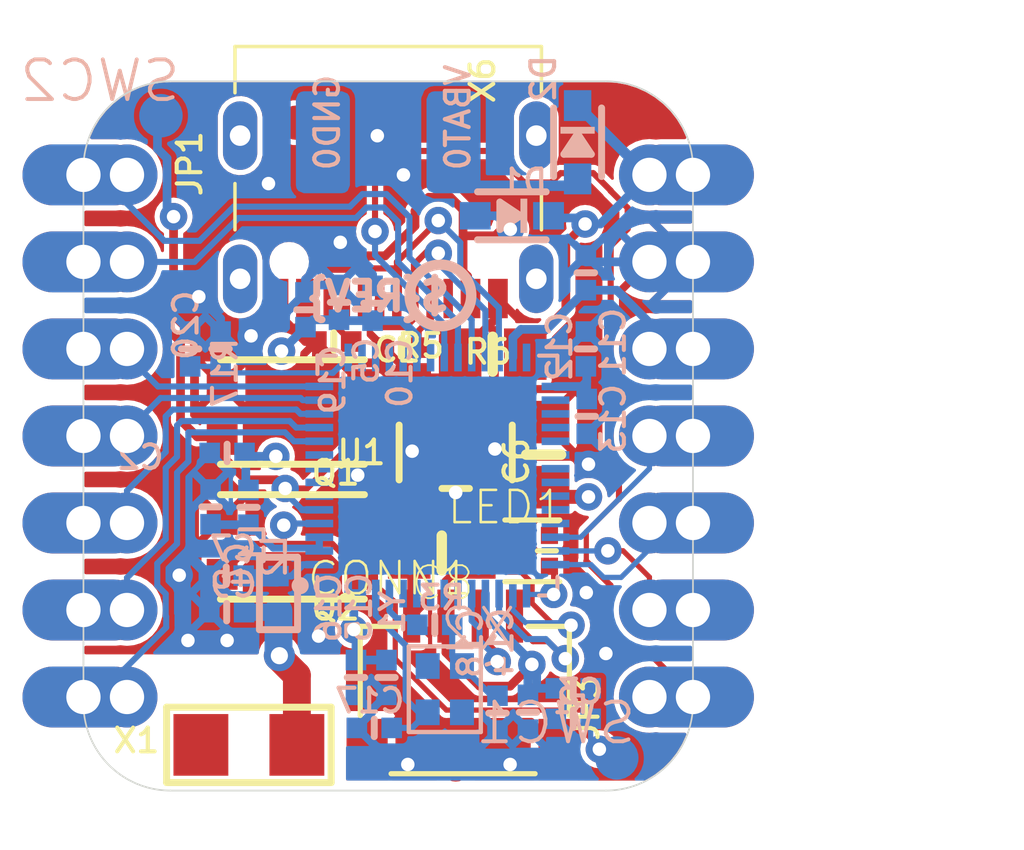
<source format=kicad_pcb>
(kicad_pcb (version 20221018) (generator pcbnew)
  (layers (0 "F.Cu" signal) (1 "In1.Cu" signal) (2 "In2.Cu" signal) (31 "B.Cu" signal) (34 "B.Paste" user) (35 "F.Paste" user) (36 "B.SilkS" user "B.Silkscreen") (37 "F.SilkS" user "F.Silkscreen") (38 "B.Mask" user) (39 "F.Mask" user) (44 "Edge.Cuts" user))
  (net 0 "")
  (net 1 "GND")
  (net 2 "D+")
  (net 3 "D-")
  (net 4 "VBUS")
  (net 5 "~{RESET}")
  (net 6 "3.3V")
  (net 7 "A0")
  (net 8 "CC1")
  (net 9 "CC2")
  (net 10 "A1")
  (net 11 "MOSI")
  (net 12 "MISO")
  (net 13 "SCK")
  (net 14 "A2")
  (net 15 "A3")
  (net 16 "SDA")
  (net 17 "SCL")
  (net 18 "NEOPIX")
  (net 19 "+5V")
  (net 20 "VDD3P3")
  (net 21 "N$2")
  (net 22 "N$3")
  (net 23 "IO0")
  (net 24 "SDA1")
  (net 25 "SCL1")
  (net 26 "N$6")
  (net 27 "N$7")
  (net 28 "IO10_DBLTAP")
  (net 29 "NEOPIX_PWR")
  (net 30 "TX")
  (net 31 "RX")
  (net 32 "VBAT")
  (net 33 "N$1")
  (net 34 "TX00")
  (net 35 "VDD_SPI")
  (footprint "working:_0402NO" (layer "F.Cu") (at 148.8821 102.4255)
    (fp_text reference "R6")
    (fp_text value "5.1K")
  )
  (footprint "working:QTPY_ESP32_TOP" (layer "F.Cu") (at 139.6111 115.3541)
    (fp_text reference "U$7" hide)
    (fp_text value "" hide)
  )
  (footprint "working:1X07_CASTEL" (layer "F.Cu") (at 140.8811 105.0036 -90)
    (fp_text reference "JP1")
    (fp_text value "")
  )
  (footprint "working:_0402NO" (layer "F.Cu") (at 146.9136 102.2477)
    (fp_text reference "R5")
    (fp_text value "5.1K")
  )
  (footprint "working:1X07_CASTEL" (layer "F.Cu") (at 156.1211 105.0036 90)
    (fp_text reference "JP3")
    (fp_text value "")
  )
  (footprint "working:0805-NO" (layer "F.Cu") (at 151.5491 102.616 180)
    (fp_text reference "C1")
    (fp_text value "22uF")
  )
  (footprint "working:ANT_2450AT18B100" (layer "F.Cu") (at 144.4371 114.0206 180)
    (fp_text reference "X1")
    (fp_text value "2.4 GHz Antenna")
  )
  (footprint "working:SOT23-5" (layer "F.Cu") (at 150.4696 105.4862 180)
    (fp_text reference "U1")
    (fp_text value "AP2112K-3.3")
  )
  (footprint "working:BTN_KMR2_4.6X2.8" (layer "F.Cu") (at 145.7071 104.3051 180)
    (fp_text reference "Q1")
    (fp_text value "BOOT0")
  )
  (footprint "working:0805-NO" (layer "F.Cu") (at 153.035 105.5497 90)
    (fp_text reference "C6")
    (fp_text value "22uF")
  )
  (footprint "working:USB_C_CUSB31-CFM2AX-01-X" (layer "F.Cu") (at 148.5011 97.4471 180)
    (fp_text reference "X6")
    (fp_text value "USB TYPE C")
  )
  (footprint "working:FIDUCIAL_1MM" (layer "F.Cu") (at 145.8087 95.8596)
    (fp_text reference "U$6" hide)
    (fp_text value "FIDUCIAL_1MM" hide)
  )
  (footprint "working:JST_SH4_SKINNY" (layer "F.Cu") (at 150.6855 112.776)
    (fp_text reference "CONN1")
    (fp_text value "STEMMA_I2C_QTSKINNY" hide)
  )
  (footprint "working:SK6805_1515" (layer "F.Cu") (at 152.7048 108.3564)
    (fp_text reference "LED1")
    (fp_text value "WS2812B_SK6805_1515")
  )
  (footprint "working:0805-NO" (layer "F.Cu") (at 150.0632 108.4199 180)
    (fp_text reference "C8")
    (fp_text value "22uF")
  )
  (footprint "working:FIDUCIAL_1MM" (layer "F.Cu") (at 150.4696 114.5921)
    (fp_text reference "U$8" hide)
    (fp_text value "FIDUCIAL_1MM" hide)
  )
  (footprint "working:BTN_KMR2_4.6X2.8" (layer "F.Cu") (at 145.7071 108.2421 180)
    (fp_text reference "Q2")
    (fp_text value "reset")
  )
  (footprint "working:_0402NO" (layer "B.Cu") (at 153.8986 113.2586 180)
    (fp_text reference "C3")
    (fp_text value "1uF")
  )
  (footprint "working:_0402NO" (layer "B.Cu") (at 147.5613 112.0521 -90)
    (fp_text reference "C16")
    (fp_text value "0.1uF")
  )
  (footprint "working:_0402NO" (layer "B.Cu") (at 146.0881 101.3206 90)
    (fp_text reference "C19")
    (fp_text value "1uF")
  )
  (footprint "working:_0402NO" (layer "B.Cu") (at 144.4244 107.0864 -90)
    (fp_text reference "L1")
    (fp_text value "2nH")
  )
  (footprint "working:_0402NO" (layer "B.Cu") (at 154.2669 100.2411 90)
    (fp_text reference "C11")
    (fp_text value "0.1uF")
  )
  (footprint "working:QFN56_7X7" (layer "B.Cu") (at 149.9362 106.1593)
    (fp_text reference "X2")
    (fp_text value "ESP32-S3QFN54")
  )
  (footprint "working:_0402NO" (layer "B.Cu") (at 143.8021 105.4989 180)
    (fp_text reference "C2")
    (fp_text value "1uF")
  )
  (footprint "working:_0402NO" (layer "B.Cu") (at 154.2923 104.4321 -90)
    (fp_text reference "C12")
    (fp_text value "0.1uF")
  )
  (footprint "working:_0402NO" (layer "B.Cu") (at 154.2669 102.4636 90)
    (fp_text reference "C13")
    (fp_text value "1uF")
  )
  (footprint "working:B1,27" (layer "B.Cu") (at 155.1686 114.4016 180)
    (fp_text reference "SWC1")
    (fp_text value "TPB1,27")
  )
  (footprint "working:_0402NO" (layer "B.Cu") (at 152.5778 113.0681 -90)
    (fp_text reference "C14")
    (fp_text value "0.1uF")
  )
  (footprint "working:_0402NO" (layer "B.Cu") (at 143.3195 107.0737 90)
    (fp_text reference "C4")
    (fp_text value "0.1uF")
  )
  (footprint "working:TESTPOINT_PLUS_1X3MM" (layer "B.Cu") (at 150.4061 96.4311 -90)
    (fp_text reference "VBAT0")
    (fp_text value "")
  )
  (footprint "working:_0402NO" (layer "B.Cu") (at 143.6116 102.4636 -90)
    (fp_text reference "R17")
    (fp_text value "1Meg")
  )
  (footprint "working:_0402NO" (layer "B.Cu") (at 143.7767 109.0803 180)
    (fp_text reference "C7")
    (fp_text value "TBD")
  )
  (footprint "working:SOD-323_MINI" (layer "B.Cu") (at 152.1079 98.5774 180)
    (fp_text reference "D1")
    (fp_text value "  NSR0320")
  )
  (footprint "working:TESTPOINT_MINUS_1X3MM" (layer "B.Cu") (at 146.5961 96.4311 -90)
    (fp_text reference "GND0")
    (fp_text value "")
  )
  (footprint "working:_0402NO" (layer "B.Cu") (at 153.8986 112.3696)
    (fp_text reference "R1")
    (fp_text value "10K")
  )
  (footprint "working:_0402NO" (layer "B.Cu") (at 149.86 110.5154 180)
    (fp_text reference "R3")
    (fp_text value "0")
  )
  (footprint "working:PCBFEAT-REV-040" (layer "B.Cu") (at 150.0251 100.9015 180)
    (fp_text reference "U$12" hide)
    (fp_text value "" hide)
  )
  (footprint "working:_0402NO" (layer "B.Cu") (at 148.4503 112.0521 -90)
    (fp_text reference "C15")
    (fp_text value "1uF")
  )
  (footprint "working:_0402NO" (layer "B.Cu") (at 148.0947 113.5253 180)
    (fp_text reference "C17")
    (fp_text value "16pF")
  )
  (footprint "working:_0402NO" (layer "B.Cu") (at 142.7226 102.4636 90)
    (fp_text reference "C20")
    (fp_text value "1uF")
  )
  (footprint "working:_0402NO" (layer "B.Cu") (at 151.6888 113.0935 -90)
    (fp_text reference "C18")
    (fp_text value "16pF")
  )
  (footprint "working:_0402NO" (layer "B.Cu") (at 148.0439 101.1301 90)
    (fp_text reference "C10")
    (fp_text value "0.1uF")
  )
  (footprint "working:QTPYS3_BOT" (layer "B.Cu") (at 157.3911 115.3541 180)
    (fp_text reference "U$11" hide)
    (fp_text value "" hide)
  )
  (footprint "working:_0402" (layer "B.Cu") (at 145.3007 109.601 90)
    (fp_text reference "L2")
    (fp_text value "0 ohm")
  )
  (footprint "working:CRYSTAL_2X1.6" (layer "B.Cu") (at 150.1521 112.395 -90)
    (fp_text reference "Y1")
    (fp_text value "40MHz")
  )
  (footprint "working:SOD-323_MINI" (layer "B.Cu") (at 154.0256 96.4311 -90)
    (fp_text reference "D2")
    (fp_text value "  NSR0320")
  )
  (footprint "working:B1,27" (layer "B.Cu") (at 141.8717 95.6564 180)
    (fp_text reference "SWC2")
    (fp_text value "TPB1,27")
  )
  (footprint "working:_0402NO" (layer "B.Cu") (at 147.066 101.1047 90)
    (fp_text reference "C5")
    (fp_text value "1uF")
  )
  (footprint "working:_0402NO" (layer "B.Cu") (at 143.7894 110.1471 180)
    (fp_text reference "C9")
    (fp_text value "TBD")
  )
  (gr_line (start 157.3911 97.1931) (end 157.3911 112.8141) (stroke (width 0.05)) (layer "Edge.Cuts"))
  (gr_arc (start 157.3911 112.8141) (mid 156.647151 114.610151) (end 154.8511 115.3541) (stroke (width 0.05)) (layer "Edge.Cuts"))
  (gr_arc (start 154.8511 94.6531) (mid 156.647151 95.397049) (end 157.3911 97.1931) (stroke (width 0.05)) (layer "Edge.Cuts"))
  (gr_line (start 154.8511 115.3541) (end 142.1511 115.3541) (stroke (width 0.05)) (layer "Edge.Cuts"))
  (gr_arc (start 139.6111 97.1931) (mid 140.355049 95.397049) (end 142.1511 94.6531) (stroke (width 0.05)) (layer "Edge.Cuts"))
  (gr_arc (start 142.1511 115.3541) (mid 140.355049 114.610151) (end 139.6111 112.8141) (stroke (width 0.05)) (layer "Edge.Cuts"))
  (gr_line (start 139.6111 112.8141) (end 139.6111 97.1931) (stroke (width 0.05)) (layer "Edge.Cuts"))
  (gr_line (start 142.1511 94.6531) (end 154.8511 94.6531) (stroke (width 0.05)) (layer "Edge.Cuts"))
  (segment (start 155.1051 114.9096) (end 155.6766 114.3381) (width 0.254) (layer "F.Cu") (net 1))
  (segment (start 148.928 103.3067) (end 148.7551 103.4796) (width 0.254) (layer "F.Cu") (net 1))
  (segment (start 154.036443 114.9096) (end 153.4855 114.358657) (width 0.3048) (layer "F.Cu") (net 1))
  (segment (start 152.799468 107.4166) (end 152.809284 107.406785) (width 0.254) (layer "F.Cu") (net 1))
  (segment (start 148.7296 103.5051) (end 147.7571 103.5051) (width 0.254) (layer "F.Cu") (net 1))
  (segment (start 152.6946 107.4166) (end 152.799468 107.4166) (width 0.254) (layer "F.Cu") (net 1))
  (segment (start 149.1855 110.262) (end 149.1855 110.4011) (width 0.254) (layer "F.Cu") (net 1))
  (segment (start 150.4696 103.3067) (end 148.928 103.3067) (width 0.254) (layer "F.Cu") (net 1))
  (segment (start 148.7551 103.4796) (end 148.7296 103.5051) (width 0.254) (layer "F.Cu") (net 1))
  (segment (start 151.7011 100.9921) (end 151.7011 101.514) (width 0.254) (layer "F.Cu") (net 1))
  (segment (start 149.1855 108.4922) (end 149.1132 108.4199) (width 0.254) (layer "F.Cu") (net 1))
  (segment (start 148.336 103.0605) (end 148.7551 103.4796) (width 0.254) (layer "F.Cu") (net 1))
  (segment (start 146.4056 102.2477) (end 146.0881 102.2477) (width 0.254) (layer "F.Cu") (net 1))
  (segment (start 148.3106 103.0605) (end 148.336 103.0605) (width 0.254) (layer "F.Cu") (net 1))
  (segment (start 151.7011 101.514) (end 150.5991 102.616) (width 0.254) (layer "F.Cu") (net 1))
  (segment (start 153.4855 114.162) (end 153.4855 114.358657) (width 0.4064) (layer "F.Cu") (net 1))
  (segment (start 148.3741 102.87) (end 146.4056 102.87) (width 0.254) (layer "F.Cu") (net 1))
  (segment (start 150.4696 104.1861) (end 150.4696 103.3067) (width 0.254) (layer "F.Cu") (net 1))
  (segment (start 146.4056 102.87) (end 146.4056 102.2477) (width 0.254) (layer "F.Cu") (net 1))
  (segment (start 154.036443 114.9096) (end 155.1051 114.9096) (width 0.3048) (layer "F.Cu") (net 1))
  (segment (start 148.3741 102.4255) (end 148.3741 102.87) (width 0.254) (layer "F.Cu") (net 1))
  (segment (start 148.3741 102.997) (end 148.3106 103.0605) (width 0.254) (layer "F.Cu") (net 1))
  (segment (start 149.1855 110.262) (end 149.1855 108.4922) (width 0.254) (layer "F.Cu") (net 1))
  (segment (start 152.2048 107.9064) (end 152.6946 107.4166) (width 0.254) (layer "F.Cu") (net 1))
  (segment (start 146.0881 102.2477) (end 145.3011 101.4607) (width 0.254) (layer "F.Cu") (net 1))
  (segment (start 145.3011 100.9921) (end 145.3011 101.4607) (width 0.254) (layer "F.Cu") (net 1))
  (via (at 152.0571 114.5921) (size 0.8001) (drill 0.3937) (layers "F.Cu" "B.Cu") (net 1))
  (via (at 154.3431 105.8291) (size 0.8001) (drill 0.3937) (layers "F.Cu" "B.Cu") (net 1))
  (via (at 142.9766 100.9396) (size 0.8001) (drill 0.3937) (layers "F.Cu" "B.Cu") (net 1))
  (via (at 154.8511 111.3536) (size 0.8001) (drill 0.3937) (layers "F.Cu" "B.Cu") (net 1))
  (via (at 151.6126 105.3846) (size 0.8001) (drill 0.3937) (layers "F.Cu" "B.Cu") (net 1))
  (via (at 142.6591 110.9726) (size 0.8001) (drill 0.3937) (layers "F.Cu" "B.Cu") (net 1))
  (via (at 154.2796 109.5756) (size 0.8001) (drill 0.3937) (layers "F.Cu" "B.Cu") (net 1))
  (via (at 150.4696 106.6546) (size 0.8001) (drill 0.3937) (layers "F.Cu" "B.Cu") (net 1))
  (via (at 149.1996 105.4481) (size 0.8001) (drill 0.3937) (layers "F.Cu" "B.Cu") (net 1))
  (via (at 147.1041 99.3521) (size 0.8001) (drill 0.3937) (layers "F.Cu" "B.Cu") (net 1))
  (via (at 144.5006 102.0826) (size 0.8001) (drill 0.3937) (layers "F.Cu" "B.Cu") (net 1))
  (via (at 146.4691 110.8456) (size 0.8001) (drill 0.3937) (layers "F.Cu" "B.Cu") (net 1))
  (via (at 149.0726 114.5921) (size 0.8001) (drill 0.3937) (layers "F.Cu" "B.Cu") (net 1))
  (via (at 148.1836 96.2406) (size 0.8001) (drill 0.3937) (layers "F.Cu" "B.Cu") (net 1))
  (via (at 147.6121 106.1466) (size 0.8001) (drill 0.3937) (layers "F.Cu" "B.Cu") (net 1))
  (via (at 145.0086 97.6376) (size 0.8001) (drill 0.3937) (layers "F.Cu" "B.Cu") (net 1))
  (via (at 148.9456 97.3836) (size 0.8001) (drill 0.3937) (layers "F.Cu" "B.Cu") (net 1))
  (via (at 143.8021 110.9726) (size 0.8001) (drill 0.3937) (layers "F.Cu" "B.Cu") (net 1))
  (via (at 142.4051 109.0676) (size 0.8001) (drill 0.3937) (layers "F.Cu" "B.Cu") (net 1))
  (segment (start 143.3477 101.316307) (end 143.3477 101.3107) (width 0.254) (layer "B.Cu") (net 1))
  (segment (start 143.6116 101.580207) (end 143.3477 101.316307) (width 0.254) (layer "B.Cu") (net 1))
  (segment (start 148.0439 100.6221) (end 148.0439 100.2919) (width 0.254) (layer "B.Cu") (net 1))
  (segment (start 145.0086 97.2566) (end 145.0086 97.6376) (width 0.4064) (layer "B.Cu") (net 1))
  (segment (start 146.0881 100.8126) (end 146.0881 100.438538) (width 0.254) (layer "B.Cu") (net 1))
  (segment (start 146.0881 100.8126) (end 146.304 100.5967) (width 0.254) (layer "B.Cu") (net 1))
  (segment (start 146.0881 100.438538) (end 146.3171 100.209538) (width 0.254) (layer "B.Cu") (net 1))
  (segment (start 146.3171 100.209538) (end 146.3171 99.9236) (width 0.254) (layer "B.Cu") (net 1))
  (segment (start 146.8886 99.3521) (end 147.1041 99.3521) (width 0.254) (layer "B.Cu") (net 1))
  (segment (start 146.304 100.5967) (end 147.066 100.5967) (width 0.254) (layer "B.Cu") (net 1))
  (segment (start 148.0439 100.2919) (end 147.1041 99.3521) (width 0.254) (layer "B.Cu") (net 1))
  (segment (start 143.2687 109.0803) (end 142.7861 108.5977) (width 0.3048) (layer "B.Cu") (net 1))
  (segment (start 143.3477 101.3107) (end 142.9766 100.9396) (width 0.254) (layer "B.Cu") (net 1))
  (segment (start 143.6116 101.9556) (end 143.6116 101.580207) (width 0.254) (layer "B.Cu") (net 1))
  (segment (start 154.2669 99.9236) (end 154.2669 99.7331) (width 0.254) (layer "B.Cu") (net 1))
  (segment (start 143.2687 109.0803) (end 143.2687 110.1344) (width 0.508) (layer "B.Cu") (net 1))
  (segment (start 143.2814 110.1471) (end 143.2687 110.1344) (width 0.254) (layer "B.Cu") (net 1))
  (segment (start 157.3911 99.9236) (end 154.2669 99.9236) (width 0.254) (layer "B.Cu") (net 1))
  (segment (start 146.3171 99.9236) (end 146.8886 99.3521) (width 0.254) (layer "B.Cu") (net 1))
  (segment (start 148.7551 100.1141) (end 148.8146 100.1736) (width 0.1778) (layer "F.Cu") (net 2))
  (segment (start 148.7551 99.9236) (end 148.7551 100.1141) (width 0.1778) (layer "F.Cu") (net 2))
  (segment (start 148.8146 100.1736) (end 148.8146 100.9286) (width 0.1778) (layer "F.Cu") (net 2))
  (segment (start 148.8146 100.9286) (end 148.7511 100.9921) (width 0.1778) (layer "F.Cu") (net 2))
  (segment (start 148.0686 100.1141) (end 148.7551 100.1141) (width 0.1778) (layer "F.Cu") (net 2))
  (segment (start 149.9616 98.7171) (end 148.7551 99.9236) (width 0.1778) (layer "F.Cu") (net 2))
  (segment (start 148.0686 100.1141) (end 147.7511 100.4316) (width 0.1778) (layer "F.Cu") (net 2))
  (segment (start 147.7511 100.9921) (end 147.7511 100.4316) (width 0.1778) (layer "F.Cu") (net 2))
  (via (at 149.9616 98.7171) (size 0.8001) (drill 0.3937) (layers "F.Cu" "B.Cu") (net 2))
  (segment (start 149.9616 98.7171) (end 150.60295 99.35845) (width 0.1778) (layer "B.Cu") (net 2))
  (segment (start 151.7362 102.137057) (end 151.7362 102.7142) (width 0.1778) (layer "B.Cu") (net 2))
  (segment (start 150.60295 99.35845) (end 150.60295 100.137007) (width 0.1778) (layer "B.Cu") (net 2))
  (segment (start 151.7298 101.263857) (end 151.7298 102.130657) (width 0.1778) (layer "B.Cu") (net 2))
  (segment (start 151.7298 102.130657) (end 151.7362 102.137057) (width 0.1778) (layer "B.Cu") (net 2))
  (segment (start 150.60295 100.137007) (end 151.7298 101.263857) (width 0.1778) (layer "B.Cu") (net 2))
  (segment (start 149.2511 101.5866) (end 149.2511 100.9921) (width 0.1778) (layer "F.Cu") (net 3))
  (segment (start 148.2511 100.9921) (end 148.1876 101.0556) (width 0.1778) (layer "F.Cu") (net 3))
  (segment (start 149.2511 100.9921) (end 149.2511 99.9991) (width 0.1778) (layer "F.Cu") (net 3))
  (segment (start 148.1876 101.0556) (end 148.1876 101.7056) (width 0.1778) (layer "F.Cu") (net 3))
  (segment (start 148.1876 101.7056) (end 148.3106 101.8286) (width 0.1778) (layer "F.Cu") (net 3))
  (segment (start 148.3106 101.8286) (end 149.0091 101.8286) (width 0.1778) (layer "F.Cu") (net 3))
  (segment (start 149.9616 99.6696) (end 149.7711 99.4791) (width 0.1778) (layer "F.Cu") (net 3))
  (segment (start 149.0091 101.8286) (end 149.2511 101.5866) (width 0.1778) (layer "F.Cu") (net 3))
  (segment (start 149.7711 99.4791) (end 149.2511 99.9991) (width 0.1778) (layer "F.Cu") (net 3))
  (via (at 149.9616 99.6696) (size 0.8001) (drill 0.3937) (layers "F.Cu" "B.Cu") (net 3))
  (segment (start 149.9616 99.962632) (end 151.3362 101.337232) (width 0.1778) (layer "B.Cu") (net 3))
  (segment (start 151.3362 101.337232) (end 151.3362 102.7142) (width 0.1778) (layer "B.Cu") (net 3))
  (segment (start 149.9616 99.6696) (end 149.9616 99.962632) (width 0.1778) (layer "B.Cu") (net 3))
  (segment (start 147.547744 100.1141) (end 147.916044 99.7458) (width 0.254) (layer "F.Cu") (net 4))
  (segment (start 148.412044 99.7458) (end 149.28215 98.875694) (width 0.254) (layer "F.Cu") (net 4))
  (segment (start 150.9011 100.9921) (end 150.75435 100.84535) (width 0.254) (layer "F.Cu") (net 4))
  (segment (start 147.916044 99.7458) (end 148.412044 99.7458) (width 0.254) (layer "F.Cu") (net 4))
  (segment (start 150.815381 100.339819) (end 150.815381 100.784319) (width 0.254) (layer "F.Cu") (net 4))
  (segment (start 152.06345 98.9711) (end 151.80945 98.9711) (width 0.254) (layer "F.Cu") (net 4))
  (segment (start 150.6851 99.1616) (end 150.6851 100.209538) (width 0.254) (layer "F.Cu") (net 4))
  (segment (start 150.815381 100.784319) (end 150.75435 100.84535) (width 0.254) (layer "F.Cu") (net 4))
  (segment (start 150.6851 98.40555) (end 150.6851 99.1616) (width 0.254) (layer "F.Cu") (net 4))
  (segment (start 149.28215 98.435663) (end 149.680163 98.03765) (width 0.254) (layer "F.Cu") (net 4))
  (segment (start 150.3172 98.03765) (end 150.6851 98.40555) (width 0.254) (layer "F.Cu") (net 4))
  (segment (start 151.80945 98.9711) (end 151.61895 99.1616) (width 0.254) (layer "F.Cu") (net 4))
  (segment (start 146.1011 100.9921) (end 146.1011 100.425538) (width 0.254) (layer "F.Cu") (net 4))
  (segment (start 151.61895 99.1616) (end 150.6851 99.1616) (width 0.254) (layer "F.Cu") (net 4))
  (segment (start 149.680163 98.03765) (end 150.3172 98.03765) (width 0.254) (layer "F.Cu") (net 4))
  (segment (start 149.28215 98.875694) (end 149.28215 98.435663) (width 0.254) (layer "F.Cu") (net 4))
  (segment (start 146.412538 100.1141) (end 147.547744 100.1141) (width 0.254) (layer "F.Cu") (net 4))
  (segment (start 150.6851 100.209538) (end 150.815381 100.339819) (width 0.254) (layer "F.Cu") (net 4))
  (segment (start 146.1011 100.425538) (end 146.412538 100.1141) (width 0.254) (layer "F.Cu") (net 4))
  (via (at 152.06345 98.9711) (size 0.8001) (drill 0.3937) (layers "F.Cu" "B.Cu") (net 4))
  (segment (start 151.66975 98.5774) (end 152.06345 98.9711) (width 0.254) (layer "B.Cu") (net 4))
  (segment (start 151.0379 98.5774) (end 151.66975 98.5774) (width 0.254) (layer "B.Cu") (net 4))
  (segment (start 154.3141 113.103813) (end 154.3141 113.7376) (width 0.1524) (layer "F.Cu") (net 5))
  (segment (start 148.7069 109.8522) (end 147.7571 109.0421) (width 0.1524) (layer "F.Cu") (net 5))
  (segment (start 145.4531 107.6071) (end 145.4531 108.1531) (width 0.1778) (layer "F.Cu") (net 5))
  (segment (start 145.4531 108.1531) (end 144.5461 108.1531) (width 0.1778) (layer "F.Cu") (net 5))
  (segment (start 148.7069 109.8522) (end 148.7069 111.512688) (width 0.1524) (layer "F.Cu") (net 5))
  (segment (start 148.7069 111.512688) (end 150.198813 113.0046) (width 0.1524) (layer "F.Cu") (net 5))
  (segment (start 154.6606 114.0841) (end 154.3141 113.7376) (width 0.1524) (layer "F.Cu") (net 5))
  (segment (start 144.5461 108.1531) (end 143.6571 109.0421) (width 0.1778) (layer "F.Cu") (net 5))
  (segment (start 146.8681 108.1531) (end 145.4531 108.1531) (width 0.1778) (layer "F.Cu") (net 5))
  (segment (start 154.6606 114.0841) (end 154.6606 114.1476) (width 0.1524) (layer "F.Cu") (net 5))
  (segment (start 147.7571 109.0421) (end 146.8681 108.1531) (width 0.1778) (layer "F.Cu") (net 5))
  (segment (start 154.214887 113.0046) (end 154.3141 113.103813) (width 0.1524) (layer "F.Cu") (net 5))
  (segment (start 150.198813 113.0046) (end 154.214887 113.0046) (width 0.1524) (layer "F.Cu") (net 5))
  (via (at 154.6606 114.1476) (size 0.8001) (drill 0.3937) (layers "F.Cu" "B.Cu") (net 5))
  (via (at 145.4531 107.6071) (size 0.8001) (drill 0.3937) (layers "F.Cu" "B.Cu") (net 5))
  (segment (start 145.5009 107.5593) (end 145.4531 107.6071) (width 0.1778) (layer "B.Cu") (net 5))
  (segment (start 154.4066 113.8936) (end 154.4066 113.2586) (width 0.1524) (layer "B.Cu") (net 5))
  (segment (start 154.6606 114.1476) (end 154.9146 114.1476) (width 0.1778) (layer "B.Cu") (net 5))
  (segment (start 154.4066 112.3696) (end 154.4066 113.2586) (width 0.1524) (layer "B.Cu") (net 5))
  (segment (start 146.4911 107.5593) (end 145.5009 107.5593) (width 0.1778) (layer "B.Cu") (net 5))
  (segment (start 154.4066 113.8936) (end 154.6606 114.1476) (width 0.1524) (layer "B.Cu") (net 5))
  (segment (start 154.9146 114.1476) (end 155.1686 114.4016) (width 0.1778) (layer "B.Cu") (net 5))
  (segment (start 153.3169 106.7816) (end 154.3431 106.7816) (width 0.4064) (layer "F.Cu") (net 6))
  (segment (start 152.0571 112.3061) (end 151.1681 112.3061) (width 0.254) (layer "F.Cu") (net 6))
  (segment (start 152.6921 111.6711) (end 152.0571 112.3061) (width 0.254) (layer "F.Cu") (net 6))
  (segment (start 153.035 106.4997) (end 152.7484 106.7863) (width 0.254) (layer "F.Cu") (net 6))
  (segment (start 153.035 106.4997) (end 153.3169 106.7816) (width 0.4064) (layer "F.Cu") (net 6))
  (segment (start 151.106865 108.458004) (end 151.106865 108.041035) (width 0.254) (layer "F.Cu") (net 6))
  (segment (start 150.1855 111.3235) (end 150.1855 110.262) (width 0.254) (layer "F.Cu") (net 6))
  (segment (start 151.4196 107.3324) (end 151.4196 106.7863) (width 0.254) (layer "F.Cu") (net 6))
  (segment (start 151.106865 108.041035) (end 151.086275 107.665725) (width 0.254) (layer "F.Cu") (net 6))
  (segment (start 150.1855 110.262) (end 150.1855 109.750357) (width 0.254) (layer "F.Cu") (net 6))
  (segment (start 150.1855 109.2476) (end 151.0132 108.4199) (width 0.254) (layer "F.Cu") (net 6))
  (segment (start 151.106865 108.458004) (end 151.0132 108.4199) (width 0.254) (layer "F.Cu") (net 6))
  (segment (start 151.4196 107.3324) (end 151.086275 107.665725) (width 0.254) (layer "F.Cu") (net 6))
  (segment (start 151.1681 112.3061) (end 150.1855 111.3235) (width 0.254) (layer "F.Cu") (net 6))
  (segment (start 150.1855 110.262) (end 150.1855 109.2476) (width 0.254) (layer "F.Cu") (net 6))
  (segment (start 152.7484 106.7863) (end 151.4196 106.7863) (width 0.254) (layer "F.Cu") (net 6))
  (via (at 147.4978 110.6551) (size 0.8001) (drill 0.3937) (layers "F.Cu" "B.Cu") (net 6))
  (via (at 154.3431 106.7816) (size 0.8001) (drill 0.3937) (layers "F.Cu" "B.Cu") (net 6))
  (via (at 145.3896 102.5271) (size 0.8001) (drill 0.3937) (layers "F.Cu" "B.Cu") (net 6))
  (via (at 145.223154 105.599154) (size 0.8001) (drill 0.3937) (layers "F.Cu" "B.Cu") (net 6))
  (via (at 152.6921 111.6711) (size 0.8001) (drill 0.3937) (layers "F.Cu" "B.Cu") (net 6))
  (segment (start 157.3911 102.4636) (end 156.1211 102.4636) (width 0.254) (layer "B.Cu") (net 6))
  (segment (start 151.3362 109.6044) (end 151.3362 110.2517) (width 0.254) (layer "B.Cu") (net 6))
  (segment (start 156.1211 101.7016) (end 155.1686 100.7491) (width 0.254) (layer "B.Cu") (net 6))
  (segment (start 152.1362 102.1305) (end 152.3746 101.8921) (width 0.254) (layer "B.Cu") (net 6))
  (segment (start 156.1211 101.7016) (end 156.1211 102.4636) (width 0.254) (layer "B.Cu") (net 6))
  (segment (start 147.5613 111.3536) (end 147.5613 111.480597) (width 0.254) (layer "B.Cu") (net 6))
  (segment (start 147.5613 110.7186) (end 147.5613 111.3536) (width 0.254) (layer "B.Cu") (net 6))
  (segment (start 152.8318 111.9886) (end 152.5778 111.9886) (width 0.254) (layer "B.Cu") (net 6))
  (segment (start 144.410354 105.599154) (end 144.3101 105.4989) (width 0.254) (layer "B.Cu") (net 6))
  (segment (start 149.3362 102.0795) (end 149.3362 102.7142) (width 0.254) (layer "B.Cu") (net 6))
  (segment (start 145.223154 105.599154) (end 144.410354 105.599154) (width 0.254) (layer "B.Cu") (net 6))
  (segment (start 152.5778 111.7854) (end 152.5778 112.5601) (width 0.254) (layer "B.Cu") (net 6))
  (segment (start 147.066 101.6127) (end 147.0914 101.6381) (width 0.254) (layer "B.Cu") (net 6))
  (segment (start 146.0881 101.8286) (end 145.3896 102.5271) (width 0.254) (layer "B.Cu") (net 6))
  (segment (start 152.6921 111.6711) (end 152.5778 111.7854) (width 0.254) (layer "B.Cu") (net 6))
  (segment (start 148.4503 111.5441) (end 147.5613 111.5441) (width 0.254) (layer "B.Cu") (net 6))
  (segment (start 152.8318 111.7473) (end 152.8318 111.9886) (width 0.254) (layer "B.Cu") (net 6))
  (segment (start 144.4244 106.5784) (end 144.346854 106.500854) (width 0.254) (layer "B.Cu") (net 6))
  (segment (start 148.0439 101.6381) (end 147.0914 101.6381) (width 0.254) (layer "B.Cu") (net 6))
  (segment (start 154.2669 100.7491) (end 155.1686 100.7491) (width 0.254) (layer "B.Cu") (net 6))
  (segment (start 148.8948 101.6381) (end 149.3362 102.0795) (width 0.254) (layer "B.Cu") (net 6))
  (segment (start 146.0881 101.8286) (end 146.304 101.6127) (width 0.254) (layer "B.Cu") (net 6))
  (segment (start 148.0439 101.6381) (end 148.8948 101.6381) (width 0.254) (layer "B.Cu") (net 6))
  (segment (start 147.4978 110.6551) (end 147.5613 110.7186) (width 0.254) (layer "B.Cu") (net 6))
  (segment (start 144.410354 105.599154) (end 144.346854 105.599154) (width 0.254) (layer "B.Cu") (net 6))
  (segment (start 147.066 101.6127) (end 146.304 101.6127) (width 0.254) (layer "B.Cu") (net 6))
  (segment (start 152.3746 101.8921) (end 153.1239 101.8921) (width 0.254) (layer "B.Cu") (net 6))
  (segment (start 147.5613 111.5441) (end 147.5613 111.3536) (width 0.3048) (layer "B.Cu") (net 6))
  (segment (start 153.1239 101.8921) (end 154.2669 100.7491) (width 0.254) (layer "B.Cu") (net 6))
  (segment (start 151.3362 110.2517) (end 152.8318 111.7473) (width 0.254) (layer "B.Cu") (net 6))
  (segment (start 147.4978 109.6044) (end 147.3362 109.6044) (width 0.254) (layer "B.Cu") (net 6))
  (segment (start 152.5778 112.5601) (end 152.5778 111.9886) (width 0.254) (layer "B.Cu") (net 6))
  (segment (start 147.4978 109.6044) (end 147.4978 110.6551) (width 0.254) (layer "B.Cu") (net 6))
  (segment (start 147.7362 109.6044) (end 147.4978 109.6044) (width 0.254) (layer "B.Cu") (net 6))
  (segment (start 152.1362 102.1305) (end 152.1362 102.7142) (width 0.254) (layer "B.Cu") (net 6))
  (segment (start 144.346854 106.500854) (end 144.346854 105.599154) (width 0.254) (layer "B.Cu") (net 6))
  (segment (start 153.3906 112.3696) (end 152.8318 112.3696) (width 0.254) (layer "B.Cu") (net 6))
  (segment (start 152.8318 112.3696) (end 152.8318 111.9886) (width 0.254) (layer "B.Cu") (net 6))
  (segment (start 140.8811 97.3836) (end 140.8811 98.2218) (width 0.1778) (layer "B.Cu") (net 7))
  (segment (start 142.997113 99.309113) (end 143.995525 98.3107) (width 0.1778) (layer "B.Cu") (net 7))
  (segment (start 147.750244 97.943957) (end 148.448932 97.943957) (width 0.1778) (layer "B.Cu") (net 7))
  (segment (start 140.8811 98.2218) (end 141.968413 99.309113) (width 0.1778) (layer "B.Cu") (net 7))
  (segment (start 149.120632 99.7966) (end 150.9362 101.612169) (width 0.1778) (layer "B.Cu") (net 7))
  (segment (start 143.995525 98.3107) (end 147.3835 98.3107) (width 0.1778) (layer "B.Cu") (net 7))
  (segment (start 141.968413 99.309113) (end 142.997113 99.309113) (width 0.1778) (layer "B.Cu") (net 7))
  (segment (start 149.120632 98.615657) (end 149.120632 99.7966) (width 0.1778) (layer "B.Cu") (net 7))
  (segment (start 139.6111 97.3836) (end 140.8811 97.3836) (width 0.254) (layer "B.Cu") (net 7))
  (segment (start 148.448932 97.943957) (end 149.120632 98.615657) (width 0.1778) (layer "B.Cu") (net 7))
  (segment (start 150.9362 101.612169) (end 150.9362 102.7142) (width 0.1778) (layer "B.Cu") (net 7))
  (segment (start 147.3835 98.3107) (end 147.750244 97.943957) (width 0.1778) (layer "B.Cu") (net 7))
  (segment (start 149.3901 102.4255) (end 149.3901 101.9302) (width 0.1778) (layer "F.Cu") (net 8))
  (segment (start 149.7511 100.9921) (end 149.7511 101.5692) (width 0.1778) (layer "F.Cu") (net 8))
  (segment (start 149.7511 101.5692) (end 149.3901 101.9302) (width 0.1778) (layer "F.Cu") (net 8))
  (segment (start 146.7511 100.9921) (end 146.7511 101.5772) (width 0.1778) (layer "F.Cu") (net 9))
  (segment (start 147.4216 102.2477) (end 146.7511 101.5772) (width 0.1778) (layer "F.Cu") (net 9))
  (segment (start 140.8811 99.9236) (end 142.8496 99.9236) (width 0.1778) (layer "B.Cu") (net 10))
  (segment (start 148.790432 98.752432) (end 148.790432 99.933375) (width 0.1778) (layer "B.Cu") (net 10))
  (segment (start 144.1323 98.6409) (end 142.8496 99.9236) (width 0.1778) (layer "B.Cu") (net 10))
  (segment (start 139.6111 99.9236) (end 140.8811 99.9236) (width 0.254) (layer "B.Cu") (net 10))
  (segment (start 150.5362 101.679144) (end 150.5362 102.7142) (width 0.1778) (layer "B.Cu") (net 10))
  (segment (start 147.8661 98.3361) (end 148.3741 98.3361) (width 0.1778) (layer "B.Cu") (net 10))
  (segment (start 148.790432 99.933375) (end 150.5362 101.679144) (width 0.1778) (layer "B.Cu") (net 10))
  (segment (start 148.3741 98.3361) (end 148.790432 98.752432) (width 0.1778) (layer "B.Cu") (net 10))
  (segment (start 147.5613 98.6409) (end 144.1323 98.6409) (width 0.1778) (layer "B.Cu") (net 10))
  (segment (start 147.8661 98.3361) (end 147.5613 98.6409) (width 0.1778) (layer "B.Cu") (net 10))
  (segment (start 157.3911 105.0036) (end 156.1211 105.0036) (width 0.254) (layer "B.Cu") (net 11))
  (segment (start 154.1179 107.9593) (end 153.3813 107.9593) (width 0.1524) (layer "B.Cu") (net 11))
  (segment (start 156.1211 105.9561) (end 154.1179 107.9593) (width 0.1524) (layer "B.Cu") (net 11))
  (segment (start 156.1211 105.0036) (end 156.1211 105.9561) (width 0.1524) (layer "B.Cu") (net 11))
  (segment (start 156.1211 108.3056) (end 156.1211 107.5436) (width 0.1524) (layer "B.Cu") (net 12))
  (segment (start 156.1211 108.3056) (end 155.2956 109.1311) (width 0.1524) (layer "B.Cu") (net 12))
  (segment (start 154.7876 109.1311) (end 154.4158 108.7593) (width 0.1524) (layer "B.Cu") (net 12))
  (segment (start 157.3911 107.5436) (end 156.1211 107.5436) (width 0.1524) (layer "B.Cu") (net 12))
  (segment (start 154.4158 108.7593) (end 153.3813 108.7593) (width 0.1524) (layer "B.Cu") (net 12))
  (segment (start 155.2956 109.1311) (end 154.7876 109.1311) (width 0.1524) (layer "B.Cu") (net 12))
  (segment (start 156.1211 109.124132) (end 155.353368 108.3564) (width 0.1524) (layer "F.Cu") (net 13))
  (segment (start 154.90825 108.3564) (end 155.353368 108.3564) (width 0.1524) (layer "F.Cu") (net 13))
  (segment (start 156.1211 109.124132) (end 156.1211 110.0836) (width 0.1524) (layer "F.Cu") (net 13))
  (via (at 154.90825 108.3564) (size 0.8001) (drill 0.3937) (layers "F.Cu" "B.Cu") (net 13))
  (segment (start 153.3813 108.3593) (end 154.8482 108.3593) (width 0.1524) (layer "B.Cu") (net 13))
  (segment (start 154.90825 108.3564) (end 154.8511 108.3564) (width 0.1524) (layer "B.Cu") (net 13))
  (segment (start 157.3911 110.0836) (end 156.1211 110.0836) (width 0.254) (layer "B.Cu") (net 13))
  (segment (start 154.8482 108.3593) (end 154.8511 108.3564) (width 0.1524) (layer "B.Cu") (net 13))
  (segment (start 141.7863 103.5593) (end 140.8811 102.6541) (width 0.1778) (layer "B.Cu") (net 14))
  (segment (start 146.4911 103.5593) (end 141.7863 103.5593) (width 0.1778) (layer "B.Cu") (net 14))
  (segment (start 139.6111 102.4636) (end 140.8811 102.4636) (width 0.254) (layer "B.Cu") (net 14))
  (segment (start 140.8811 102.4636) (end 140.8811 102.6541) (width 0.1778) (layer "B.Cu") (net 14))
  (segment (start 145.945 103.8958) (end 146.0085 103.9593) (width 0.1778) (layer "B.Cu") (net 15))
  (segment (start 141.8619 103.8958) (end 140.7541 105.0036) (width 0.1778) (layer "B.Cu") (net 15))
  (segment (start 139.6111 105.0036) (end 140.7541 105.0036) (width 0.254) (layer "B.Cu") (net 15))
  (segment (start 145.945 103.8958) (end 141.8619 103.8958) (width 0.1778) (layer "B.Cu") (net 15))
  (segment (start 146.0085 103.9593) (end 146.4911 103.9593) (width 0.1778) (layer "B.Cu") (net 15))
  (segment (start 140.7541 105.0036) (end 140.8811 105.0036) (width 0.254) (layer "B.Cu") (net 15))
  (segment (start 145.818 104.2323) (end 145.945 104.3593) (width 0.1778) (layer "B.Cu") (net 16))
  (segment (start 142.0114 105.471788) (end 142.0114 104.4321) (width 0.1778) (layer "B.Cu") (net 16))
  (segment (start 140.8811 106.602088) (end 140.8811 107.5436) (width 0.1778) (layer "B.Cu") (net 16))
  (segment (start 142.0114 104.4321) (end 142.2112 104.2323) (width 0.1778) (layer "B.Cu") (net 16))
  (segment (start 139.6111 107.5436) (end 140.8811 107.5436) (width 0.254) (layer "B.Cu") (net 16))
  (segment (start 145.945 104.3593) (end 146.4911 104.3593) (width 0.1778) (layer "B.Cu") (net 16))
  (segment (start 142.2112 104.2323) (end 145.818 104.2323) (width 0.1778) (layer "B.Cu") (net 16))
  (segment (start 140.8811 106.602088) (end 142.0114 105.471788) (width 0.1778) (layer "B.Cu") (net 16))
  (segment (start 142.3416 104.695875) (end 142.3416 105.608563) (width 0.1778) (layer "B.Cu") (net 17))
  (segment (start 145.6275 104.5688) (end 142.468675 104.5688) (width 0.1778) (layer "B.Cu") (net 17))
  (segment (start 142.468675 104.5688) (end 142.3416 104.695875) (width 0.1778) (layer "B.Cu") (net 17))
  (segment (start 145.818 104.7593) (end 145.6275 104.5688) (width 0.1778) (layer "B.Cu") (net 17))
  (segment (start 140.8811 109.142088) (end 140.8811 110.0836) (width 0.1778) (layer "B.Cu") (net 17))
  (segment (start 142.0114 105.938763) (end 142.0114 108.011788) (width 0.1778) (layer "B.Cu") (net 17))
  (segment (start 142.0114 108.011788) (end 140.8811 109.142088) (width 0.1778) (layer "B.Cu") (net 17))
  (segment (start 142.3416 105.608563) (end 142.0114 105.938763) (width 0.1778) (layer "B.Cu") (net 17))
  (segment (start 139.6111 110.0836) (end 140.8811 110.0836) (width 0.254) (layer "B.Cu") (net 17))
  (segment (start 145.818 104.7593) (end 146.4911 104.7593) (width 0.1778) (layer "B.Cu") (net 17))
  (segment (start 152.69845 109.30005) (end 152.69845 109.890013) (width 0.1524) (layer "F.Cu") (net 18))
  (segment (start 152.2048 108.8064) (end 152.69845 109.30005) (width 0.1524) (layer "F.Cu") (net 18))
  (segment (start 153.336537 110.5281) (end 153.8351 110.5281) (width 0.1524) (layer "F.Cu") (net 18))
  (segment (start 152.69845 109.890013) (end 153.336537 110.5281) (width 0.1524) (layer "F.Cu") (net 18))
  (via (at 153.8351 110.5281) (size 0.8001) (drill 0.3937) (layers "F.Cu" "B.Cu") (net 18))
  (segment (start 153.762912 110.455913) (end 153.8351 110.5281) (width 0.1524) (layer "B.Cu") (net 18))
  (segment (start 152.1362 109.6044) (end 152.1362 110.081825) (width 0.1524) (layer "B.Cu") (net 18))
  (segment (start 152.1362 110.081825) (end 152.510287 110.455913) (width 0.1524) (layer "B.Cu") (net 18))
  (segment (start 152.510287 110.455913) (end 153.762912 110.455913) (width 0.1524) (layer "B.Cu") (net 18))
  (segment (start 150.9014 105.0671) (end 151.2926 104.6759) (width 0.254) (layer "F.Cu") (net 19))
  (segment (start 152.4991 102.616) (end 152.542806 102.447794) (width 0.254) (layer "F.Cu") (net 19))
  (segment (start 151.4196 104.1861) (end 151.4196 104.1171) (width 0.254) (layer "F.Cu") (net 19))
  (segment (start 151.2926 104.3131) (end 151.4196 104.1861) (width 0.254) (layer "F.Cu") (net 19))
  (segment (start 154.24505 98.81715) (end 153.6827 99.3795) (width 0.254) (layer "F.Cu") (net 19))
  (segment (start 149.9641 105.0671) (end 149.5196 104.6226) (width 0.254) (layer "F.Cu") (net 19))
  (segment (start 151.2926 104.3131) (end 151.2926 104.6759) (width 0.254) (layer "F.Cu") (net 19))
  (segment (start 152.864671 102.672029) (end 151.4196 104.1171) (width 0.254) (layer "F.Cu") (net 19))
  (segment (start 153.6827 101.3079) (end 153.6827 99.3795) (width 0.254) (layer "F.Cu") (net 19))
  (segment (start 152.864671 102.672029) (end 152.4991 102.616) (width 0.254) (layer "F.Cu") (net 19))
  (segment (start 149.9641 105.0671) (end 150.9014 105.0671) (width 0.254) (layer "F.Cu") (net 19))
  (segment (start 149.5196 104.1861) (end 149.5196 104.6226) (width 0.254) (layer "F.Cu") (net 19))
  (segment (start 153.6827 101.3079) (end 152.542806 102.447794) (width 0.254) (layer "F.Cu") (net 19))
  (via (at 154.24505 98.81715) (size 0.8001) (drill 0.3937) (layers "F.Cu" "B.Cu") (net 19))
  (segment (start 154.18155 98.81715) (end 154.0053 98.6409) (width 0.254) (layer "B.Cu") (net 19))
  (segment (start 156.1211 97.3836) (end 156.7561 97.3836) (width 0.3048) (layer "B.Cu") (net 19))
  (segment (start 156.02585 97.47885) (end 154.68755 98.81715) (width 0.254) (layer "B.Cu") (net 19))
  (segment (start 154.24505 98.81715) (end 154.18155 98.81715) (width 0.254) (layer "B.Cu") (net 19))
  (segment (start 154.24505 98.81715) (end 154.68755 98.81715) (width 0.254) (layer "B.Cu") (net 19))
  (segment (start 156.1211 97.3836) (end 156.02585 97.47885) (width 0.254) (layer "B.Cu") (net 19))
  (segment (start 153.2414 98.6409) (end 153.1779 98.5774) (width 0.254) (layer "B.Cu") (net 19))
  (segment (start 156.7561 97.3836) (end 157.3911 97.3836) (width 0.254) (layer "B.Cu") (net 19))
  (segment (start 156.02585 97.36135) (end 156.02585 97.47885) (width 0.3048) (layer "B.Cu") (net 19))
  (segment (start 154.0256 95.3611) (end 156.02585 97.36135) (width 0.3048) (layer "B.Cu") (net 19))
  (segment (start 154.0053 98.6409) (end 153.2414 98.6409) (width 0.254) (layer "B.Cu") (net 19))
  (segment (start 144.4244 107.5944) (end 144.4625 107.5944) (width 0.2032) (layer "B.Cu") (net 20))
  (segment (start 146.4911 107.9593) (end 146.4911 108.2768) (width 0.2032) (layer "B.Cu") (net 20))
  (segment (start 144.4244 107.5944) (end 143.3322 107.5944) (width 0.254) (layer "B.Cu") (net 20))
  (segment (start 146.4911 108.3593) (end 146.4911 107.9593) (width 0.2032) (layer "B.Cu") (net 20))
  (segment (start 143.3322 107.5944) (end 143.3195 107.5817) (width 0.254) (layer "B.Cu") (net 20))
  (segment (start 145.1449 108.2768) (end 144.4625 107.5944) (width 0.2032) (layer "B.Cu") (net 20))
  (segment (start 146.4911 108.2768) (end 145.1449 108.2768) (width 0.2032) (layer "B.Cu") (net 20))
  (segment (start 145.2499 109.1438) (end 144.3482 109.1438) (width 0.508) (layer "B.Cu") (net 21))
  (segment (start 145.6817 109.093) (end 145.3007 109.093) (width 0.2032) (layer "B.Cu") (net 21))
  (segment (start 146.0154 108.7593) (end 145.6817 109.093) (width 0.2032) (layer "B.Cu") (net 21))
  (segment (start 145.3007 109.093) (end 145.2499 109.1438) (width 0.508) (layer "B.Cu") (net 21))
  (segment (start 144.2847 109.0803) (end 144.3482 109.1438) (width 0.508) (layer "B.Cu") (net 21))
  (segment (start 146.4911 108.7593) (end 146.0154 108.7593) (width 0.2032) (layer "B.Cu") (net 21))
  (segment (start 145.8371 111.9886) (end 145.3261 111.4776) (width 0.8128) (layer "F.Cu") (net 22))
  (segment (start 145.3261 111.4171) (end 145.3261 111.4776) (width 0.8128) (layer "F.Cu") (net 22))
  (segment (start 145.8371 111.9886) (end 145.8371 114.0206) (width 0.8128) (layer "F.Cu") (net 22))
  (via (at 145.3261 111.4171) (size 0.9064) (drill 0.5) (layers "F.Cu" "B.Cu") (net 22))
  (segment (start 145.3007 110.109) (end 145.2626 110.1471) (width 0.508) (layer "B.Cu") (net 22))
  (segment (start 145.2626 110.1471) (end 144.2974 110.1471) (width 0.508) (layer "B.Cu") (net 22))
  (segment (start 145.3007 111.3917) (end 145.3261 111.4171) (width 0.8128) (layer "B.Cu") (net 22))
  (segment (start 145.3007 110.109) (end 145.3007 111.3917) (width 0.8128) (layer "B.Cu") (net 22))
  (segment (start 141.91615 100.57765) (end 142.24 100.2538) (width 0.254) (layer "F.Cu") (net 23))
  (segment (start 142.24 100.2538) (end 142.24 98.6028) (width 0.254) (layer "F.Cu") (net 23))
  (segment (start 142.4432 102.256088) (end 141.91615 101.729038) (width 0.254) (layer "F.Cu") (net 23))
  (segment (start 147.5625 105.1051) (end 147.7571 105.1051) (width 0.254) (layer "F.Cu") (net 23))
  (segment (start 143.6571 105.5874) (end 143.6571 105.1051) (width 0.254) (layer "F.Cu") (net 23))
  (segment (start 145.49565 106.53695) (end 145.24165 106.28295) (width 0.254) (layer "F.Cu") (net 23))
  (segment (start 145.24165 106.28295) (end 144.35265 106.28295) (width 0.254) (layer "F.Cu") (net 23))
  (segment (start 147.5625 105.1051) (end 146.13065 106.53695) (width 0.1778) (layer "F.Cu") (net 23))
  (segment (start 143.581 105.029) (end 142.930132 105.029) (width 0.254) (layer "F.Cu") (net 23))
  (segment (start 142.4432 104.542069) (end 142.4432 102.256088) (width 0.254) (layer "F.Cu") (net 23))
  (segment (start 144.35265 106.28295) (end 143.6571 105.5874) (width 0.254) (layer "F.Cu") (net 23))
  (segment (start 143.6571 105.1051) (end 143.581 105.029) (width 0.254) (layer "F.Cu") (net 23))
  (segment (start 141.91615 101.729038) (end 141.91615 100.57765) (width 0.254) (layer "F.Cu") (net 23))
  (segment (start 145.49565 106.53695) (end 146.13065 106.53695) (width 0.1778) (layer "F.Cu") (net 23))
  (segment (start 142.930132 105.029) (end 142.4432 104.542069) (width 0.254) (layer "F.Cu") (net 23))
  (via (at 145.49565 106.53695) (size 0.8001) (drill 0.3937) (layers "F.Cu" "B.Cu") (net 23))
  (via (at 142.24 98.6028) (size 0.8001) (drill 0.3937) (layers "F.Cu" "B.Cu") (net 23))
  (segment (start 145.49565 106.66395) (end 145.49565 106.53695) (width 0.1778) (layer "B.Cu") (net 23))
  (segment (start 142.0495 98.4123) (end 142.24 98.6028) (width 0.254) (layer "B.Cu") (net 23))
  (segment (start 141.7701 96.620232) (end 142.0495 96.899632) (width 0.254) (layer "B.Cu") (net 23))
  (segment (start 146.4911 107.1593) (end 145.991 107.1593) (width 0.2032) (layer "B.Cu") (net 23))
  (segment (start 142.0495 96.899632) (end 142.0495 98.4123) (width 0.254) (layer "B.Cu") (net 23))
  (segment (start 141.8717 95.6564) (end 141.7701 95.758) (width 0.254) (layer "B.Cu") (net 23))
  (segment (start 145.991 107.1593) (end 145.49565 106.66395) (width 0.1778) (layer "B.Cu") (net 23))
  (segment (start 141.7701 95.758) (end 141.7701 96.620232) (width 0.254) (layer "B.Cu") (net 23))
  (segment (start 151.1855 110.262) (end 151.1855 110.850144) (width 0.1778) (layer "F.Cu") (net 24))
  (segment (start 151.68155 111.588607) (end 151.68155 111.346194) (width 0.1778) (layer "F.Cu") (net 24))
  (segment (start 151.68155 111.346194) (end 151.1855 110.850144) (width 0.1778) (layer "F.Cu") (net 24))
  (via (at 151.68155 111.588607) (size 0.8001) (drill 0.3937) (layers "F.Cu" "B.Cu") (net 24))
  (segment (start 151.1633 110.97445) (end 151.68155 111.4927) (width 0.1778) (layer "B.Cu") (net 24))
  (segment (start 151.68155 111.4927) (end 151.68155 111.588607) (width 0.1778) (layer "B.Cu") (net 24))
  (segment (start 150.9362 109.6044) (end 150.9362 110.39635) (width 0.1778) (layer "B.Cu") (net 24))
  (segment (start 150.9362 110.39635) (end 151.1633 110.62345) (width 0.1778) (layer "B.Cu") (net 24))
  (segment (start 151.1633 110.62345) (end 151.1633 110.97445) (width 0.1778) (layer "B.Cu") (net 24))
  (segment (start 153.667346 111.503347) (end 153.159346 110.995347) (width 0.1778) (layer "F.Cu") (net 25))
  (segment (start 152.728346 110.995347) (end 152.1855 110.4525) (width 0.1778) (layer "F.Cu") (net 25))
  (segment (start 153.159346 110.995347) (end 152.728346 110.995347) (width 0.1778) (layer "F.Cu") (net 25))
  (segment (start 152.1855 110.262) (end 152.1855 110.4525) (width 0.1778) (layer "F.Cu") (net 25))
  (via (at 153.667346 111.503347) (size 0.8001) (drill 0.3937) (layers "F.Cu" "B.Cu") (net 25))
  (segment (start 151.7362 110.130844) (end 151.7362 109.6044) (width 0.1778) (layer "B.Cu") (net 25))
  (segment (start 153.667346 111.503347) (end 153.095846 110.931847) (width 0.1778) (layer "B.Cu") (net 25))
  (segment (start 152.537203 110.931847) (end 151.7362 110.130844) (width 0.1778) (layer "B.Cu") (net 25))
  (segment (start 153.095846 110.931847) (end 152.537203 110.931847) (width 0.1778) (layer "B.Cu") (net 25))
  (segment (start 148.1362 110.24085) (end 148.1362 109.6044) (width 0.1778) (layer "B.Cu") (net 26))
  (segment (start 149.39201 113.07001) (end 149.0091 112.6871) (width 0.1778) (layer "B.Cu") (net 26))
  (segment (start 149.1968 113.5253) (end 148.6027 113.5253) (width 0.1778) (layer "B.Cu") (net 26))
  (segment (start 149.6521 113.07) (end 149.39201 113.07001) (width 0.1778) (layer "B.Cu") (net 26))
  (segment (start 149.6521 113.07) (end 149.1968 113.5253) (width 0.1778) (layer "B.Cu") (net 26))
  (segment (start 149.0091 111.11375) (end 148.1362 110.24085) (width 0.1778) (layer "B.Cu") (net 26))
  (segment (start 149.0091 112.6871) (end 149.0091 111.11375) (width 0.1778) (layer "B.Cu") (net 26))
  (segment (start 151.5176 112.5855) (end 150.6521 111.72) (width 0.1778) (layer "B.Cu") (net 27))
  (segment (start 151.6888 112.5855) (end 151.5176 112.5855) (width 0.1778) (layer "B.Cu") (net 27))
  (segment (start 150.368 110.5154) (end 150.368 111.4359) (width 0.1778) (layer "B.Cu") (net 27))
  (segment (start 150.6521 111.72) (end 150.368 111.4359) (width 0.1778) (layer "B.Cu") (net 27))
  (segment (start 146.8502 103.1621) (end 146.8883 103.1621) (width 0.1778) (layer "B.Cu") (net 28))
  (segment (start 142.7226 102.9716) (end 143.6116 102.9716) (width 0.1524) (layer "B.Cu") (net 28))
  (segment (start 143.6116 102.9716) (end 143.89735 103.1621) (width 0.1524) (layer "B.Cu") (net 28))
  (segment (start 146.8883 103.1621) (end 147.3362 102.7142) (width 0.1778) (layer "B.Cu") (net 28))
  (segment (start 143.89735 103.1621) (end 146.8502 103.1621) (width 0.1524) (layer "B.Cu") (net 28))
  (segment (start 153.3271 108.9287) (end 153.3271 109.629613) (width 0.1524) (layer "F.Cu") (net 29))
  (segment (start 153.2048 108.8064) (end 153.3271 108.9287) (width 0.1524) (layer "F.Cu") (net 29))
  (via (at 153.3271 109.629613) (size 0.8001) (drill 0.3937) (layers "F.Cu" "B.Cu") (net 29))
  (segment (start 152.5362 109.6044) (end 152.561412 109.629613) (width 0.1524) (layer "B.Cu") (net 29))
  (segment (start 152.561412 109.629613) (end 153.3271 109.629613) (width 0.1524) (layer "B.Cu") (net 29))
  (segment (start 142.0114 110.2614) (end 142.0241 110.2741) (width 0.1778) (layer "B.Cu") (net 30))
  (segment (start 142.0241 110.5916) (end 139.9921 112.6236) (width 0.1778) (layer "B.Cu") (net 30))
  (segment (start 142.6718 105.745338) (end 142.3416 106.075538) (width 0.1778) (layer "B.Cu") (net 30))
  (segment (start 141.76375 108.726413) (end 141.76375 109.367763) (width 0.1778) (layer "B.Cu") (net 30))
  (segment (start 139.9921 112.6236) (end 140.8811 112.6236) (width 0.254) (layer "B.Cu") (net 30))
  (segment (start 139.6111 112.6236) (end 139.9921 112.6236) (width 0.254) (layer "B.Cu") (net 30))
  (segment (start 142.3416 108.148563) (end 141.76375 108.726413) (width 0.1778) (layer "B.Cu") (net 30))
  (segment (start 145.751025 105.1593) (end 145.490725 104.899) (width 0.1778) (layer "B.Cu") (net 30))
  (segment (start 145.490725 104.899) (end 142.6718 104.899) (width 0.1778) (layer "B.Cu") (net 30))
  (segment (start 142.0241 110.2741) (end 142.0241 110.5916) (width 0.1778) (layer "B.Cu") (net 30))
  (segment (start 142.3416 106.075538) (end 142.3416 108.148563) (width 0.1778) (layer "B.Cu") (net 30))
  (segment (start 142.6718 104.899) (end 142.6718 105.745338) (width 0.1778) (layer "B.Cu") (net 30))
  (segment (start 142.0114 109.615413) (end 142.0114 110.2614) (width 0.1778) (layer "B.Cu") (net 30))
  (segment (start 146.4911 105.1593) (end 145.751025 105.1593) (width 0.1778) (layer "B.Cu") (net 30))
  (segment (start 141.76375 109.367763) (end 142.0114 109.615413) (width 0.1778) (layer "B.Cu") (net 30))
  (segment (start 154.9908 97.851788) (end 155.4861 98.347088) (width 0.1778) (layer "F.Cu") (net 31))
  (segment (start 154.9908 99.455413) (end 154.9908 105.471788) (width 0.1778) (layer "F.Cu") (net 31))
  (segment (start 154.483212 97.333213) (end 154.9908 97.8408) (width 0.1778) (layer "F.Cu") (net 31))
  (segment (start 154.483212 97.333213) (end 153.530712 97.333213) (width 0.1778) (layer "F.Cu") (net 31))
  (segment (start 153.258075 97.60585) (end 153.530712 97.333213) (width 0.1778) (layer "F.Cu") (net 31))
  (segment (start 156.0576 111.2901) (end 155.694609 111.2901) (width 0.1778) (layer "F.Cu") (net 31))
  (segment (start 155.4861 98.960113) (end 154.9908 99.455413) (width 0.1778) (layer "F.Cu") (net 31))
  (segment (start 154.2796 107.7976) (end 155.2321 106.8451) (width 0.1524) (layer "F.Cu") (net 31))
  (segment (start 148.116575 99.0346) (end 148.116575 97.2566) (width 0.1778) (layer "F.Cu") (net 31))
  (segment (start 154.9908 97.8408) (end 154.9908 97.851788) (width 0.1778) (layer "F.Cu") (net 31))
  (segment (start 155.4861 98.347088) (end 155.4861 98.960113) (width 0.1778) (layer "F.Cu") (net 31))
  (segment (start 155.2321 106.8451) (end 155.2321 105.713088) (width 0.1778) (layer "F.Cu") (net 31))
  (segment (start 155.694609 111.2901) (end 154.98445 110.579944) (width 0.1778) (layer "F.Cu") (net 31))
  (segment (start 154.98445 109.363957) (end 154.2796 108.659107) (width 0.1778) (layer "F.Cu") (net 31))
  (segment (start 154.98445 110.579944) (end 154.98445 109.363957) (width 0.1778) (layer "F.Cu") (net 31))
  (segment (start 154.9908 105.471788) (end 155.2321 105.713088) (width 0.1778) (layer "F.Cu") (net 31))
  (segment (start 154.2796 108.659107) (end 154.2796 107.7976) (width 0.1524) (layer "F.Cu") (net 31))
  (segment (start 148.688075 96.6851) (end 148.116575 97.2566) (width 0.1778) (layer "F.Cu") (net 31))
  (segment (start 148.688075 96.6851) (end 151.5491 96.6851) (width 0.1778) (layer "F.Cu") (net 31))
  (segment (start 152.46985 97.60585) (end 153.258075 97.60585) (width 0.1778) (layer "F.Cu") (net 31))
  (segment (start 157.3911 112.6236) (end 156.0576 111.2901) (width 0.1778) (layer "F.Cu") (net 31))
  (segment (start 151.5491 96.6851) (end 152.46985 97.60585) (width 0.1778) (layer "F.Cu") (net 31))
  (via (at 148.116575 99.0346) (size 0.8001) (drill 0.3937) (layers "F.Cu" "B.Cu") (net 31))
  (segment (start 148.116575 99.726494) (end 150.1362 101.746119) (width 0.1778) (layer "B.Cu") (net 31))
  (segment (start 148.116575 99.0346) (end 148.116575 99.726494) (width 0.1778) (layer "B.Cu") (net 31))
  (segment (start 150.1362 101.746119) (end 150.1362 102.7142) (width 0.1778) (layer "B.Cu") (net 31))
  (segment (start 157.3911 112.6236) (end 156.1211 112.6236) (width 0.254) (layer "B.Cu") (net 31))
  (segment (start 153.8256 97.7011) (end 154.0256 97.5011) (width 0.3048) (layer "B.Cu") (net 32))
  (segment (start 150.4561 97.2311) (end 150.9261 97.7011) (width 0.3048) (layer "B.Cu") (net 32))
  (segment (start 150.9261 97.7011) (end 153.8256 97.7011) (width 0.3048) (layer "B.Cu") (net 32))
  (segment (start 149.1615 110.3249) (end 149.352 110.5154) (width 0.1778) (layer "B.Cu") (net 33))
  (segment (start 148.5362 110.110375) (end 148.750725 110.3249) (width 0.1778) (layer "B.Cu") (net 33))
  (segment (start 148.5362 109.6044) (end 148.5362 110.110375) (width 0.1778) (layer "B.Cu") (net 33))
  (segment (start 149.1615 110.3249) (end 148.750725 110.3249) (width 0.1778) (layer "B.Cu") (net 33))
  (segment (start 154.1491 103.5593) (end 154.2923 103.4161) (width 0.254) (layer "B.Cu") (net 35))
  (segment (start 154.2669 102.9716) (end 154.2923 102.997) (width 0.254) (layer "B.Cu") (net 35))
  (segment (start 153.3813 103.5593) (end 154.1491 103.5593) (width 0.254) (layer "B.Cu") (net 35))
  (segment (start 154.2923 102.997) (end 154.2923 103.4161) (width 0.254) (layer "B.Cu") (net 35))
  (segment (start 154.2923 103.4161) (end 154.2923 103.9241) (width 0.254) (layer "B.Cu") (net 35))
  (zone (net 1) (net_name "GND") (layer "F.Cu") (priority 6) (connect_pads (clearance 0.000001)) (min_thickness 0.0889) (fill yes (thermal_gap 0.2278) (thermal_bridge_width 0.2278))
    (polygon (pts (xy 157.48 115.062) (xy 147.2692 115.062) (xy 147.2692 111.379) (xy 139.5222 111.379) (xy 139.5222 94.5642) (xy 157.48 94.5642)))
  )
  (zone (net 1) (net_name "GND") (layer "B.Cu") (priority 6) (connect_pads (clearance 0.000001)) (min_thickness 0.0889) (fill yes (thermal_gap 0.2278) (thermal_bridge_width 0.2278))
    (polygon (pts (xy 157.48 115.062) (xy 147.2692 115.062) (xy 147.2692 111.379) (xy 139.5222 111.379) (xy 139.5222 94.5642) (xy 157.48 94.5642)))
  )
)
</source>
